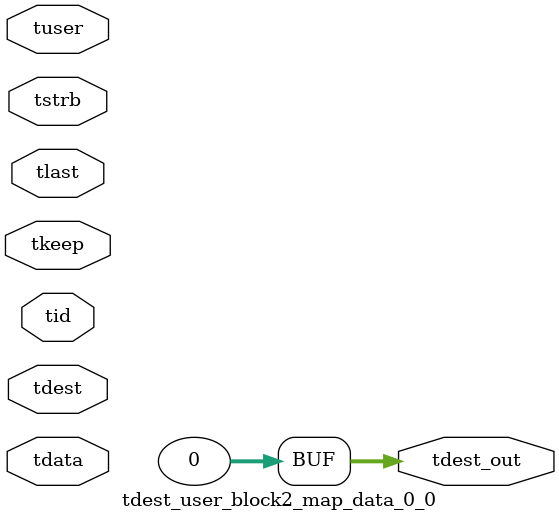
<source format=v>


`timescale 1ps/1ps

module tdest_user_block2_map_data_0_0 #
(
parameter C_S_AXIS_TDATA_WIDTH = 32,
parameter C_S_AXIS_TUSER_WIDTH = 0,
parameter C_S_AXIS_TID_WIDTH   = 0,
parameter C_S_AXIS_TDEST_WIDTH = 0,
parameter C_M_AXIS_TDEST_WIDTH = 32
)
(
input  [(C_S_AXIS_TDATA_WIDTH == 0 ? 1 : C_S_AXIS_TDATA_WIDTH)-1:0     ] tdata,
input  [(C_S_AXIS_TUSER_WIDTH == 0 ? 1 : C_S_AXIS_TUSER_WIDTH)-1:0     ] tuser,
input  [(C_S_AXIS_TID_WIDTH   == 0 ? 1 : C_S_AXIS_TID_WIDTH)-1:0       ] tid,
input  [(C_S_AXIS_TDEST_WIDTH == 0 ? 1 : C_S_AXIS_TDEST_WIDTH)-1:0     ] tdest,
input  [(C_S_AXIS_TDATA_WIDTH/8)-1:0 ] tkeep,
input  [(C_S_AXIS_TDATA_WIDTH/8)-1:0 ] tstrb,
input                                                                    tlast,
output [C_M_AXIS_TDEST_WIDTH-1:0] tdest_out
);

assign tdest_out = {1'b0};

endmodule


</source>
